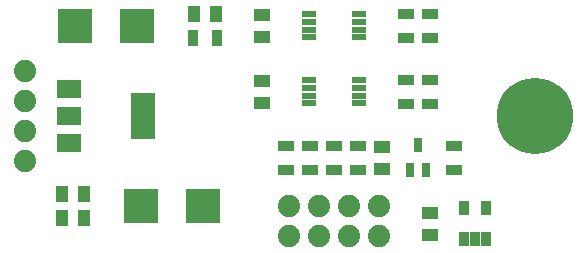
<source format=gts>
G04*
G04 #@! TF.GenerationSoftware,Altium Limited,Altium Designer,22.0.2 (36)*
G04*
G04 Layer_Color=8388736*
%FSLAX25Y25*%
%MOIN*%
G70*
G04*
G04 #@! TF.SameCoordinates,BC18DBC4-700C-47F8-9E1E-1F16E9EA7A44*
G04*
G04*
G04 #@! TF.FilePolarity,Negative*
G04*
G01*
G75*
%ADD14R,0.11464X0.11464*%
%ADD15R,0.05558X0.03590*%
%ADD16R,0.03590X0.05558*%
%ADD17R,0.02605X0.04771*%
%ADD18R,0.03196X0.05164*%
%ADD19R,0.04771X0.02172*%
%ADD20R,0.08314X0.06346*%
%ADD21R,0.08314X0.15401*%
%ADD22R,0.05558X0.03983*%
%ADD23R,0.03983X0.05558*%
%ADD24C,0.25440*%
%ADD25C,0.07440*%
D14*
X26567Y80000D02*
D03*
X47433D02*
D03*
X69433Y20000D02*
D03*
X48567D02*
D03*
D15*
X153000Y39937D02*
D03*
Y32063D02*
D03*
X121000D02*
D03*
Y39937D02*
D03*
X113000Y32063D02*
D03*
Y39937D02*
D03*
X105000Y32063D02*
D03*
Y39937D02*
D03*
X97000Y32063D02*
D03*
Y39937D02*
D03*
X145000Y61937D02*
D03*
Y54063D02*
D03*
X137000D02*
D03*
Y61937D02*
D03*
X145000Y83937D02*
D03*
Y76063D02*
D03*
X137000D02*
D03*
Y83937D02*
D03*
D16*
X66063Y76000D02*
D03*
X73937D02*
D03*
D17*
X138441Y31866D02*
D03*
X143559D02*
D03*
X141000Y40134D02*
D03*
D18*
X156260Y8882D02*
D03*
X160000D02*
D03*
X163740D02*
D03*
Y19118D02*
D03*
X156260D02*
D03*
D19*
X104732Y83839D02*
D03*
Y81279D02*
D03*
Y78720D02*
D03*
Y76161D02*
D03*
X121268Y83839D02*
D03*
Y81279D02*
D03*
Y78720D02*
D03*
Y76161D02*
D03*
X104732Y61839D02*
D03*
Y59280D02*
D03*
Y56721D02*
D03*
Y54161D02*
D03*
X121268Y61839D02*
D03*
Y59280D02*
D03*
Y56721D02*
D03*
Y54161D02*
D03*
D20*
X24598Y59055D02*
D03*
Y50000D02*
D03*
Y40945D02*
D03*
D21*
X49402Y50000D02*
D03*
D22*
X129000Y39740D02*
D03*
Y32260D02*
D03*
X89000Y83740D02*
D03*
Y76260D02*
D03*
X145000Y10260D02*
D03*
Y17740D02*
D03*
X89000Y61740D02*
D03*
Y54260D02*
D03*
D23*
X73740Y84000D02*
D03*
X66260D02*
D03*
X22260Y24000D02*
D03*
X29740D02*
D03*
X29740Y16000D02*
D03*
X22260D02*
D03*
D24*
X180000Y50000D02*
D03*
D25*
X10000Y65000D02*
D03*
Y55000D02*
D03*
Y45000D02*
D03*
Y35000D02*
D03*
X128000Y10000D02*
D03*
Y20000D02*
D03*
X98000D02*
D03*
Y10000D02*
D03*
X118000D02*
D03*
Y20000D02*
D03*
X108000D02*
D03*
Y10000D02*
D03*
M02*

</source>
